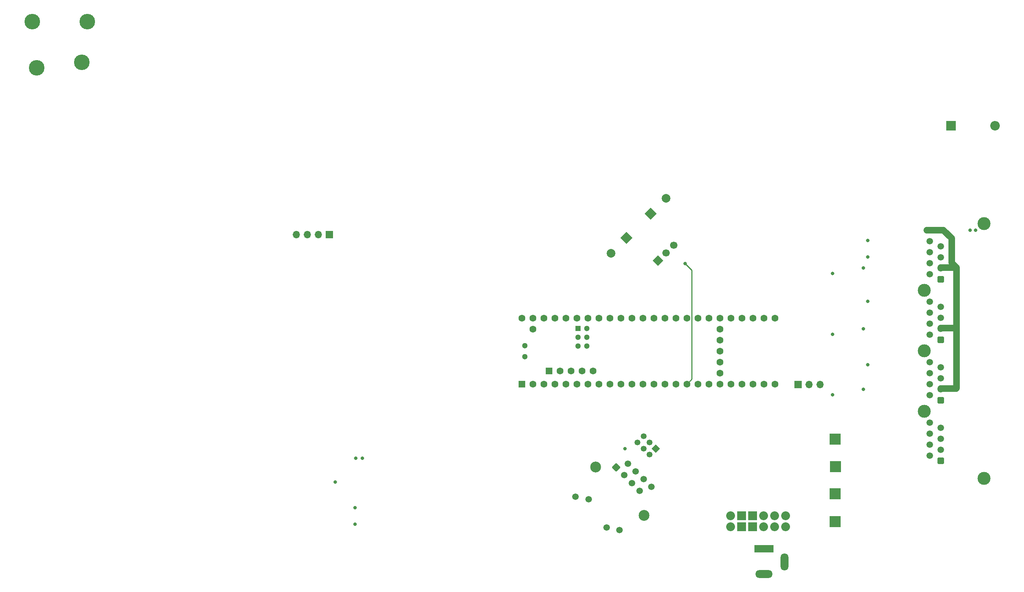
<source format=gbr>
%TF.GenerationSoftware,KiCad,Pcbnew,7.0.5-0*%
%TF.CreationDate,2024-01-05T10:03:26+01:00*%
%TF.ProjectId,mollusc_motion_board,6d6f6c6c-7573-4635-9f6d-6f74696f6e5f,rev?*%
%TF.SameCoordinates,Original*%
%TF.FileFunction,Copper,L2,Inr*%
%TF.FilePolarity,Positive*%
%FSLAX46Y46*%
G04 Gerber Fmt 4.6, Leading zero omitted, Abs format (unit mm)*
G04 Created by KiCad (PCBNEW 7.0.5-0) date 2024-01-05 10:03:26*
%MOMM*%
%LPD*%
G01*
G04 APERTURE LIST*
G04 Aperture macros list*
%AMRoundRect*
0 Rectangle with rounded corners*
0 $1 Rounding radius*
0 $2 $3 $4 $5 $6 $7 $8 $9 X,Y pos of 4 corners*
0 Add a 4 corners polygon primitive as box body*
4,1,4,$2,$3,$4,$5,$6,$7,$8,$9,$2,$3,0*
0 Add four circle primitives for the rounded corners*
1,1,$1+$1,$2,$3*
1,1,$1+$1,$4,$5*
1,1,$1+$1,$6,$7*
1,1,$1+$1,$8,$9*
0 Add four rect primitives between the rounded corners*
20,1,$1+$1,$2,$3,$4,$5,0*
20,1,$1+$1,$4,$5,$6,$7,0*
20,1,$1+$1,$6,$7,$8,$9,0*
20,1,$1+$1,$8,$9,$2,$3,0*%
%AMHorizOval*
0 Thick line with rounded ends*
0 $1 width*
0 $2 $3 position (X,Y) of the first rounded end (center of the circle)*
0 $4 $5 position (X,Y) of the second rounded end (center of the circle)*
0 Add line between two ends*
20,1,$1,$2,$3,$4,$5,0*
0 Add two circle primitives to create the rounded ends*
1,1,$1,$2,$3*
1,1,$1,$4,$5*%
%AMRotRect*
0 Rectangle, with rotation*
0 The origin of the aperture is its center*
0 $1 length*
0 $2 width*
0 $3 Rotation angle, in degrees counterclockwise*
0 Add horizontal line*
21,1,$1,$2,0,0,$3*%
G04 Aperture macros list end*
%TA.AperFunction,ComponentPad*%
%ADD10R,2.500000X2.500000*%
%TD*%
%TA.AperFunction,ComponentPad*%
%ADD11C,3.600000*%
%TD*%
%TA.AperFunction,ComponentPad*%
%ADD12RotRect,2.000000X2.000000X45.000000*%
%TD*%
%TA.AperFunction,ComponentPad*%
%ADD13C,2.000000*%
%TD*%
%TA.AperFunction,ComponentPad*%
%ADD14RotRect,1.700000X1.700000X135.000000*%
%TD*%
%TA.AperFunction,ComponentPad*%
%ADD15HorizOval,1.700000X0.000000X0.000000X0.000000X0.000000X0*%
%TD*%
%TA.AperFunction,ComponentPad*%
%ADD16R,1.700000X1.700000*%
%TD*%
%TA.AperFunction,ComponentPad*%
%ADD17O,1.700000X1.700000*%
%TD*%
%TA.AperFunction,ComponentPad*%
%ADD18C,2.040000*%
%TD*%
%TA.AperFunction,ComponentPad*%
%ADD19R,2.040000X2.040000*%
%TD*%
%TA.AperFunction,ComponentPad*%
%ADD20R,1.600000X1.600000*%
%TD*%
%TA.AperFunction,ComponentPad*%
%ADD21C,1.600000*%
%TD*%
%TA.AperFunction,ComponentPad*%
%ADD22R,1.300000X1.300000*%
%TD*%
%TA.AperFunction,ComponentPad*%
%ADD23C,1.300000*%
%TD*%
%TA.AperFunction,ComponentPad*%
%ADD24R,2.200000X2.200000*%
%TD*%
%TA.AperFunction,ComponentPad*%
%ADD25O,2.200000X2.200000*%
%TD*%
%TA.AperFunction,ComponentPad*%
%ADD26RotRect,1.350000X1.350000X225.000000*%
%TD*%
%TA.AperFunction,ComponentPad*%
%ADD27HorizOval,1.350000X0.000000X0.000000X0.000000X0.000000X0*%
%TD*%
%TA.AperFunction,ComponentPad*%
%ADD28R,4.400000X1.800000*%
%TD*%
%TA.AperFunction,ComponentPad*%
%ADD29O,4.000000X1.800000*%
%TD*%
%TA.AperFunction,ComponentPad*%
%ADD30O,1.800000X4.000000*%
%TD*%
%TA.AperFunction,ComponentPad*%
%ADD31RoundRect,0.250500X0.499500X-0.499500X0.499500X0.499500X-0.499500X0.499500X-0.499500X-0.499500X0*%
%TD*%
%TA.AperFunction,ComponentPad*%
%ADD32C,1.500000*%
%TD*%
%TA.AperFunction,ComponentPad*%
%ADD33C,3.000000*%
%TD*%
%TA.AperFunction,ComponentPad*%
%ADD34RoundRect,0.250500X-0.706400X0.000000X0.000000X-0.706400X0.706400X0.000000X0.000000X0.706400X0*%
%TD*%
%TA.AperFunction,ComponentPad*%
%ADD35C,2.500000*%
%TD*%
%TA.AperFunction,ComponentPad*%
%ADD36RotRect,2.000000X2.000000X225.000000*%
%TD*%
%TA.AperFunction,ViaPad*%
%ADD37C,0.800000*%
%TD*%
%TA.AperFunction,Conductor*%
%ADD38C,1.500000*%
%TD*%
%TA.AperFunction,Conductor*%
%ADD39C,0.250000*%
%TD*%
G04 APERTURE END LIST*
D10*
%TO.N,/Vin*%
%TO.C,TP1*%
X16475000Y-33006000D03*
%TD*%
%TO.N,GND*%
%TO.C,TP2*%
X16475000Y-39370000D03*
%TD*%
D11*
%TO.N,N/C*%
%TO.C,H3*%
X-157480000Y66675000D03*
%TD*%
D12*
%TO.N,+5V*%
%TO.C,C15*%
X-26099136Y31730992D03*
D13*
%TO.N,GND*%
X-22563602Y35266526D03*
%TD*%
D11*
%TO.N,N/C*%
%TO.C,H1*%
X-168910000Y76073000D03*
%TD*%
D14*
%TO.N,GND*%
%TO.C,J1*%
X-24414329Y20843440D03*
D15*
%TO.N,Net-(J1-Pin_2)*%
X-22618278Y22639491D03*
%TO.N,+5V*%
X-20822227Y24435542D03*
%TD*%
D11*
%TO.N,N/C*%
%TO.C,H2*%
X-167894000Y65405000D03*
%TD*%
D16*
%TO.N,GND*%
%TO.C,J_I2C1*%
X-100340000Y26924000D03*
D17*
%TO.N,+5V*%
X-102880000Y26924000D03*
%TO.N,/I2C_SCL*%
X-105420000Y26924000D03*
%TO.N,/I2C_SDA*%
X-107960000Y26924000D03*
%TD*%
D18*
%TO.N,+5V*%
%TO.C,J6*%
X-7655000Y-38086000D03*
X-7655000Y-40626000D03*
D19*
%TO.N,GND*%
X-5115000Y-38086000D03*
X-5115000Y-40626000D03*
X-2575000Y-38086000D03*
X-2575000Y-40626000D03*
D18*
%TO.N,/Vin*%
X-35000Y-38086000D03*
X-35000Y-40626000D03*
%TO.N,+12V*%
X2505000Y-38086000D03*
X2505000Y-40626000D03*
%TO.N,unconnected-(J6-PG-Pad5)*%
X5045000Y-38086000D03*
%TO.N,unconnected-(J6-EN-Pad6)*%
X5045000Y-40626000D03*
%TD*%
D20*
%TO.N,GND*%
%TO.C,U9*%
X-55880000Y-7620000D03*
D21*
%TO.N,/STEPPER_03_DIR*%
X-53340000Y-7620000D03*
%TO.N,/STEPPER_03_PULSE*%
X-50800000Y-7620000D03*
%TO.N,/STEPPER_02_DIR*%
X-48260000Y-7620000D03*
%TO.N,/STEPPER_02_PULSE*%
X-45720000Y-7620000D03*
%TO.N,/STEPPER_01_DIR*%
X-43180000Y-7620000D03*
%TO.N,/STEPPER_01_PULSE*%
X-40640000Y-7620000D03*
%TO.N,/STEPPER_01_END*%
X-38100000Y-7620000D03*
%TO.N,/STEPPER_02_END*%
X-35560000Y-7620000D03*
%TO.N,/STEPPER_03_END*%
X-33020000Y-7620000D03*
%TO.N,/TEENSY_STEPPER_ENABLE*%
X-30480000Y-7620000D03*
%TO.N,unconnected-(U9-10_CS_MQSR-Pad12)*%
X-27940000Y-7620000D03*
%TO.N,unconnected-(U9-11_MOSI_CTX1-Pad13)*%
X-25400000Y-7620000D03*
%TO.N,unconnected-(U9-12_MISO_MQSL-Pad14)*%
X-22860000Y-7620000D03*
%TO.N,unconnected-(U9-3V3-Pad15)*%
X-20320000Y-7620000D03*
%TO.N,/NEOPIXEL_SIG*%
X-17780000Y-7620000D03*
%TO.N,unconnected-(U9-25_A11_RX6_SDA2-Pad17)*%
X-15240000Y-7620000D03*
%TO.N,unconnected-(U9-26_A12_MOSI1-Pad18)*%
X-12700000Y-7620000D03*
%TO.N,unconnected-(U9-27_A13_SCK1-Pad19)*%
X-10160000Y-7620000D03*
%TO.N,unconnected-(U9-28_RX7-Pad20)*%
X-7620000Y-7620000D03*
%TO.N,unconnected-(U9-29_TX7-Pad21)*%
X-5080000Y-7620000D03*
%TO.N,unconnected-(U9-30_CRX3-Pad22)*%
X-2540000Y-7620000D03*
%TO.N,unconnected-(U9-31_CTX3-Pad23)*%
X0Y-7620000D03*
%TO.N,unconnected-(U9-32_OUT1B-Pad24)*%
X2540000Y-7620000D03*
%TO.N,unconnected-(U9-33_MCLK2-Pad25)*%
X2540000Y7620000D03*
%TO.N,unconnected-(U9-34_RX8-Pad26)*%
X0Y7620000D03*
%TO.N,unconnected-(U9-35_TX8-Pad27)*%
X-2540000Y7620000D03*
%TO.N,unconnected-(U9-36_CS-Pad28)*%
X-5080000Y7620000D03*
%TO.N,unconnected-(U9-37_CS-Pad29)*%
X-7620000Y7620000D03*
%TO.N,unconnected-(U9-38_CS1_IN1-Pad30)*%
X-10160000Y7620000D03*
%TO.N,unconnected-(U9-39_MISO1_OUT1A-Pad31)*%
X-12700000Y7620000D03*
%TO.N,unconnected-(U9-40_A16-Pad32)*%
X-15240000Y7620000D03*
%TO.N,unconnected-(U9-41_A17-Pad33)*%
X-17780000Y7620000D03*
%TO.N,GND*%
X-20320000Y7620000D03*
%TO.N,unconnected-(U9-13_SCK_LED-Pad35)*%
X-22860000Y7620000D03*
%TO.N,Net-(U9-14_A0_TX3_SPDIF_OUT)*%
X-25400000Y7620000D03*
%TO.N,unconnected-(U9-15_A1_RX3_SPDIF_IN-Pad37)*%
X-27940000Y7620000D03*
%TO.N,unconnected-(U9-16_A2_RX4_SCL1-Pad38)*%
X-30480000Y7620000D03*
%TO.N,Net-(U9-17_A3_TX4_SDA1)*%
X-33020000Y7620000D03*
%TO.N,/I2C_SDA*%
X-35560000Y7620000D03*
%TO.N,/I2C_SCL*%
X-38100000Y7620000D03*
%TO.N,/DYN_TX*%
X-40640000Y7620000D03*
%TO.N,/DYN_RX*%
X-43180000Y7620000D03*
%TO.N,/DYN_DIRECTION*%
X-45720000Y7620000D03*
%TO.N,unconnected-(U9-23_A9_CRX1_MCLK1-Pad45)*%
X-48260000Y7620000D03*
%TO.N,+3.3V*%
X-50800000Y7620000D03*
%TO.N,GND*%
X-53340000Y7620000D03*
%TO.N,+5V*%
X-55880000Y7620000D03*
%TO.N,unconnected-(U9-VUSB-Pad49)*%
X-53340000Y5080000D03*
%TO.N,Net-(BT1-+)*%
X-10160000Y-5080000D03*
%TO.N,unconnected-(U9-3V3-Pad51)*%
X-10160000Y-2540000D03*
%TO.N,Net-(BT1--)*%
X-10160000Y0D03*
%TO.N,unconnected-(U9-PROGRAM-Pad53)*%
X-10160000Y2540000D03*
%TO.N,unconnected-(U9-ON_OFF-Pad54)*%
X-10160000Y5080000D03*
D20*
%TO.N,unconnected-(U9-5V-Pad55)*%
X-49580800Y-4569200D03*
D21*
%TO.N,unconnected-(U9-D--Pad56)*%
X-47040800Y-4569200D03*
%TO.N,unconnected-(U9-D+-Pad57)*%
X-44500800Y-4569200D03*
%TO.N,unconnected-(U9-GND-Pad58)*%
X-41960800Y-4569200D03*
%TO.N,unconnected-(U9-GND-Pad59)*%
X-39420800Y-4569200D03*
D22*
%TO.N,unconnected-(U9-R+-Pad60)*%
X-42910000Y5181600D03*
D23*
%TO.N,unconnected-(U9-LED-Pad61)*%
X-42910000Y3181600D03*
%TO.N,unconnected-(U9-T--Pad62)*%
X-42910000Y1181600D03*
%TO.N,unconnected-(U9-T+-Pad63)*%
X-40910000Y1181600D03*
%TO.N,unconnected-(U9-GND-Pad64)*%
X-40910000Y3181600D03*
%TO.N,unconnected-(U9-R--Pad65)*%
X-40910000Y5181600D03*
%TO.N,unconnected-(U9-D--Pad66)*%
X-55150000Y1270000D03*
%TO.N,unconnected-(U9-D+-Pad67)*%
X-55150000Y-1270000D03*
%TD*%
D24*
%TO.N,unconnected-(D4-K-Pad1)*%
%TO.C,D4*%
X43180000Y52070000D03*
D25*
%TO.N,unconnected-(D4-A-Pad2)*%
X53340000Y52070000D03*
%TD*%
D26*
%TO.N,/ETH_TX+*%
%TO.C,J5*%
X-24961031Y-22535656D03*
D27*
%TO.N,/ETH_TX-*%
X-26375245Y-23949870D03*
%TO.N,GND*%
X-26375245Y-21121442D03*
%TO.N,Net-(J5-Pin_4)*%
X-27789458Y-22535656D03*
%TO.N,/ETH_RX-*%
X-27789458Y-19707229D03*
%TO.N,/ETH_RX+*%
X-29203672Y-21121442D03*
%TD*%
D28*
%TO.N,/Vin*%
%TO.C,J2*%
X0Y-45706000D03*
D29*
%TO.N,GND*%
X0Y-51506000D03*
D30*
%TO.N,unconnected-(J2-Pad3)*%
X4800000Y-48706000D03*
%TD*%
D11*
%TO.N,N/C*%
%TO.C,H4*%
X-156210000Y76073000D03*
%TD*%
D10*
%TO.N,+3.3V*%
%TO.C,TP4*%
X16475000Y-20320000D03*
%TD*%
D16*
%TO.N,/STEPPER_01_END*%
%TO.C,J7*%
X7858973Y-7747000D03*
D17*
%TO.N,/STEPPER_02_END*%
X10398973Y-7747000D03*
%TO.N,/STEPPER_03_END*%
X12938973Y-7747000D03*
%TD*%
D31*
%TO.N,/DynamixelConnection/DYN_DATA*%
%TO.C,J4*%
X40807000Y-25390000D03*
D32*
%TO.N,GND*%
X38267000Y-24130000D03*
%TO.N,+12V*%
X40807000Y-22850000D03*
X38267000Y-21590000D03*
X40807000Y-20310000D03*
X38267000Y-19050000D03*
%TO.N,GND*%
X40807000Y-17770000D03*
X38267000Y-16510000D03*
D31*
%TO.N,/Stepper03/SIG*%
X40807000Y-11420000D03*
D32*
%TO.N,GND*%
X38267000Y-10160000D03*
%TO.N,+3.3V*%
X40807000Y-8880000D03*
%TO.N,/Stepper03/ENA+*%
X38267000Y-7620000D03*
%TO.N,GND*%
X40807000Y-6340000D03*
%TO.N,/Stepper03/DIR+*%
X38267000Y-5080000D03*
%TO.N,GND*%
X40807000Y-3800000D03*
%TO.N,/Stepper03/PUL+*%
X38267000Y-2540000D03*
D31*
%TO.N,/Stepper02/SIG*%
X40807000Y2550000D03*
D32*
%TO.N,GND*%
X38267000Y3810000D03*
%TO.N,+3.3V*%
X40807000Y5090000D03*
%TO.N,/Stepper02/ENA+*%
X38267000Y6350000D03*
%TO.N,GND*%
X40807000Y7630000D03*
%TO.N,/Stepper02/DIR+*%
X38267000Y8890000D03*
%TO.N,GND*%
X40807000Y10170000D03*
%TO.N,/Stepper02/PUL+*%
X38267000Y11430000D03*
D31*
%TO.N,/Stepper01/SIG*%
X40807000Y16520000D03*
D32*
%TO.N,GND*%
X38267000Y17780000D03*
%TO.N,+3.3V*%
X40807000Y19060000D03*
%TO.N,/Stepper01/ENA+*%
X38267000Y20320000D03*
%TO.N,GND*%
X40807000Y21600000D03*
%TO.N,/Stepper01/DIR+*%
X38267000Y22860000D03*
%TO.N,GND*%
X40807000Y24140000D03*
%TO.N,/Stepper01/PUL+*%
X38267000Y25400000D03*
D33*
%TO.N,GND*%
X50837000Y-29440000D03*
X36997000Y-13960000D03*
X36997000Y10000D03*
X36997000Y13980000D03*
X50837000Y29460000D03*
%TD*%
D10*
%TO.N,+5V*%
%TO.C,TP3*%
X16510000Y-26670000D03*
%TD*%
D34*
%TO.N,/ETH_TX+*%
%TO.C,J3*%
X-34072102Y-26887898D03*
D32*
%TO.N,Net-(C19-Pad1)*%
X-31378025Y-25989872D03*
%TO.N,/ETH_TX-*%
X-32276051Y-28683949D03*
%TO.N,/ETH_RX+*%
X-29581974Y-27785924D03*
%TO.N,Net-(C19-Pad1)*%
X-30480000Y-30480000D03*
%TO.N,/ETH_RX-*%
X-27785923Y-29581975D03*
%TO.N,unconnected-(J3-Pad7)*%
X-28683948Y-32276052D03*
%TO.N,GND*%
X-25989871Y-31378026D03*
X-43483693Y-33640768D03*
%TO.N,Net-(J5-Pin_4)*%
X-40485561Y-34234737D03*
%TO.N,unconnected-(J3-Pad11)*%
X-36334844Y-40789617D03*
%TO.N,unconnected-(J3-Pad12)*%
X-33336711Y-41383587D03*
D35*
%TO.N,GND*%
X-38830931Y-26795974D03*
X-27693999Y-37932906D03*
%TD*%
D36*
%TO.N,+5V*%
%TO.C,C18*%
X-31730992Y26099136D03*
D13*
%TO.N,GND*%
X-35266526Y22563602D03*
%TD*%
D37*
%TO.N,+5V*%
X-92710000Y-24765000D03*
X15885000Y-10150000D03*
X15885000Y17888441D03*
X15885000Y3820000D03*
X-98933000Y-30226000D03*
%TO.N,GND*%
X24013000Y25508441D03*
X-94234000Y-24765000D03*
X24013000Y-3165000D03*
X-94361000Y-36195000D03*
X-94361000Y-40005000D03*
X24013000Y11440000D03*
X24013000Y21698441D03*
%TO.N,+3.3V*%
X47625000Y27940000D03*
X48895000Y27940000D03*
X37632000Y27940000D03*
%TO.N,/TEENSY_STEPPER_ENABLE*%
X22997000Y5090000D03*
X22997000Y-8880000D03*
X22997000Y19158441D03*
%TO.N,/NEOPIXEL_SIG*%
X-18196511Y20236264D03*
%TO.N,Net-(J5-Pin_4)*%
X-32077354Y-22558284D03*
%TD*%
D38*
%TO.N,+3.3V*%
X41442000Y27940000D02*
X37632000Y27940000D01*
X43347000Y20328000D02*
X43347000Y26035000D01*
X44450000Y-8627000D02*
X44450000Y5343000D01*
X44450000Y5343000D02*
X44450000Y16707000D01*
X40807000Y5256000D02*
X44363000Y5256000D01*
X44460000Y16717000D02*
X44460000Y19237000D01*
X44460000Y19237000D02*
X44449000Y19226000D01*
X44450000Y16707000D02*
X44460000Y16717000D01*
X44449000Y19226000D02*
X40807000Y19226000D01*
X43347000Y26035000D02*
X41442000Y27940000D01*
D39*
X44374000Y-8703000D02*
X44450000Y-8627000D01*
D38*
X44449000Y19226000D02*
X43347000Y20328000D01*
X40807000Y-8703000D02*
X44374000Y-8703000D01*
D39*
X44363000Y5256000D02*
X44450000Y5343000D01*
%TO.N,/NEOPIXEL_SIG*%
X-16655000Y-6495000D02*
X-17780000Y-7620000D01*
X-16655000Y18694753D02*
X-16655000Y-6495000D01*
X-18196511Y20236264D02*
X-16655000Y18694753D01*
%TD*%
M02*

</source>
